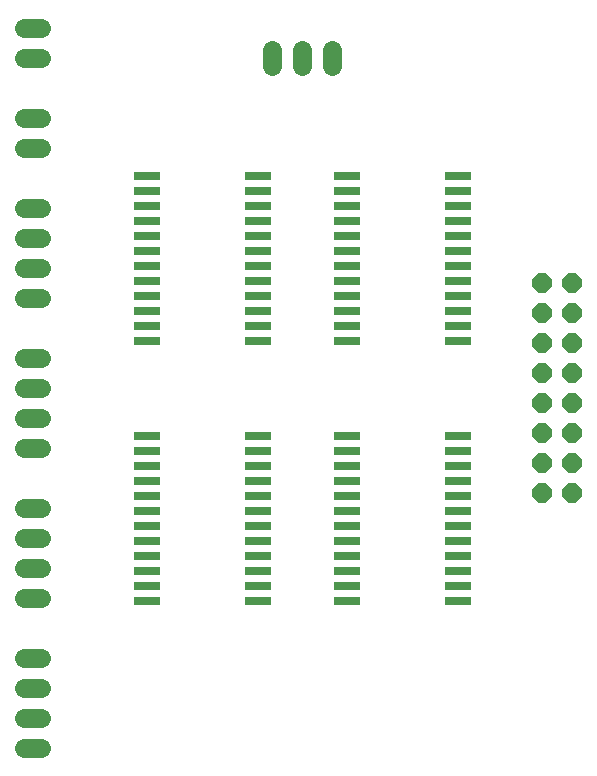
<source format=gbr>
G04 EAGLE Gerber RS-274X export*
G75*
%MOMM*%
%FSLAX34Y34*%
%LPD*%
%INSoldermask Top*%
%IPPOS*%
%AMOC8*
5,1,8,0,0,1.08239X$1,22.5*%
G01*
%ADD10R,2.203200X0.803200*%
%ADD11R,2.153200X0.753200*%
%ADD12C,1.625600*%
%ADD13P,1.759533X8X292.500000*%


D10*
X291582Y289814D03*
X291582Y277114D03*
X291582Y264414D03*
X291582Y251714D03*
X291582Y239014D03*
X291582Y226314D03*
X291582Y213614D03*
X291582Y200914D03*
X291582Y188214D03*
X291582Y175514D03*
X291582Y162814D03*
X291582Y150114D03*
X385582Y150114D03*
X385582Y162814D03*
X385582Y175514D03*
X385582Y188214D03*
X385582Y200914D03*
X385582Y213614D03*
X385582Y226314D03*
X385582Y239014D03*
X385582Y251714D03*
X385582Y264414D03*
X385582Y277114D03*
X385582Y289814D03*
D11*
X385582Y150114D03*
X385582Y162814D03*
X385582Y175514D03*
X385582Y188214D03*
X385582Y200914D03*
X385582Y213614D03*
X385582Y226314D03*
X385582Y239014D03*
X385582Y251714D03*
X385582Y264414D03*
X385582Y277114D03*
X385582Y289814D03*
X291582Y289814D03*
X291582Y277114D03*
X291582Y264414D03*
X291582Y251714D03*
X291582Y239014D03*
X291582Y226314D03*
X291582Y213614D03*
X291582Y200914D03*
X291582Y188214D03*
X291582Y175514D03*
X291582Y162814D03*
X291582Y150114D03*
D10*
X122164Y289814D03*
X122164Y277114D03*
X122164Y264414D03*
X122164Y251714D03*
X122164Y239014D03*
X122164Y226314D03*
X122164Y213614D03*
X122164Y200914D03*
X122164Y188214D03*
X122164Y175514D03*
X122164Y162814D03*
X122164Y150114D03*
X216164Y150114D03*
X216164Y162814D03*
X216164Y175514D03*
X216164Y188214D03*
X216164Y200914D03*
X216164Y213614D03*
X216164Y226314D03*
X216164Y239014D03*
X216164Y251714D03*
X216164Y264414D03*
X216164Y277114D03*
X216164Y289814D03*
D11*
X216164Y150114D03*
X216164Y162814D03*
X216164Y175514D03*
X216164Y188214D03*
X216164Y200914D03*
X216164Y213614D03*
X216164Y226314D03*
X216164Y239014D03*
X216164Y251714D03*
X216164Y264414D03*
X216164Y277114D03*
X216164Y289814D03*
X122164Y289814D03*
X122164Y277114D03*
X122164Y264414D03*
X122164Y251714D03*
X122164Y239014D03*
X122164Y226314D03*
X122164Y213614D03*
X122164Y200914D03*
X122164Y188214D03*
X122164Y175514D03*
X122164Y162814D03*
X122164Y150114D03*
D10*
X291582Y510032D03*
X291582Y497332D03*
X291582Y484632D03*
X291582Y471932D03*
X291582Y459232D03*
X291582Y446532D03*
X291582Y433832D03*
X291582Y421132D03*
X291582Y408432D03*
X291582Y395732D03*
X291582Y383032D03*
X291582Y370332D03*
X385582Y370332D03*
X385582Y383032D03*
X385582Y395732D03*
X385582Y408432D03*
X385582Y421132D03*
X385582Y433832D03*
X385582Y446532D03*
X385582Y459232D03*
X385582Y471932D03*
X385582Y484632D03*
X385582Y497332D03*
X385582Y510032D03*
D11*
X385582Y370332D03*
X385582Y383032D03*
X385582Y395732D03*
X385582Y408432D03*
X385582Y421132D03*
X385582Y433832D03*
X385582Y446532D03*
X385582Y459232D03*
X385582Y471932D03*
X385582Y484632D03*
X385582Y497332D03*
X385582Y510032D03*
X291582Y510032D03*
X291582Y497332D03*
X291582Y484632D03*
X291582Y471932D03*
X291582Y459232D03*
X291582Y446532D03*
X291582Y433832D03*
X291582Y421132D03*
X291582Y408432D03*
X291582Y395732D03*
X291582Y383032D03*
X291582Y370332D03*
D10*
X122164Y510032D03*
X122164Y497332D03*
X122164Y484632D03*
X122164Y471932D03*
X122164Y459232D03*
X122164Y446532D03*
X122164Y433832D03*
X122164Y421132D03*
X122164Y408432D03*
X122164Y395732D03*
X122164Y383032D03*
X122164Y370332D03*
X216164Y370332D03*
X216164Y383032D03*
X216164Y395732D03*
X216164Y408432D03*
X216164Y421132D03*
X216164Y433832D03*
X216164Y446532D03*
X216164Y459232D03*
X216164Y471932D03*
X216164Y484632D03*
X216164Y497332D03*
X216164Y510032D03*
D11*
X216164Y370332D03*
X216164Y383032D03*
X216164Y395732D03*
X216164Y408432D03*
X216164Y421132D03*
X216164Y433832D03*
X216164Y446532D03*
X216164Y459232D03*
X216164Y471932D03*
X216164Y484632D03*
X216164Y497332D03*
X216164Y510032D03*
X122164Y510032D03*
X122164Y497332D03*
X122164Y484632D03*
X122164Y471932D03*
X122164Y459232D03*
X122164Y446532D03*
X122164Y433832D03*
X122164Y421132D03*
X122164Y408432D03*
X122164Y395732D03*
X122164Y383032D03*
X122164Y370332D03*
D12*
X228600Y602488D02*
X228600Y616712D01*
X254000Y616712D02*
X254000Y602488D01*
X279400Y602488D02*
X279400Y616712D01*
X32512Y609600D02*
X18288Y609600D01*
X18288Y635000D02*
X32512Y635000D01*
X32512Y25400D02*
X18288Y25400D01*
X18288Y50800D02*
X32512Y50800D01*
X32512Y76200D02*
X18288Y76200D01*
X18288Y101600D02*
X32512Y101600D01*
X32512Y152400D02*
X18288Y152400D01*
X18288Y177800D02*
X32512Y177800D01*
X32512Y203200D02*
X18288Y203200D01*
X18288Y228600D02*
X32512Y228600D01*
X32512Y279400D02*
X18288Y279400D01*
X18288Y304800D02*
X32512Y304800D01*
X32512Y330200D02*
X18288Y330200D01*
X18288Y355600D02*
X32512Y355600D01*
X32512Y406400D02*
X18288Y406400D01*
X18288Y431800D02*
X32512Y431800D01*
X32512Y457200D02*
X18288Y457200D01*
X18288Y482600D02*
X32512Y482600D01*
D13*
X457200Y419100D03*
X482600Y419100D03*
X457200Y393700D03*
X482600Y393700D03*
X457200Y368300D03*
X482600Y368300D03*
X457200Y342900D03*
X482600Y342900D03*
X457200Y317500D03*
X482600Y317500D03*
X457200Y292100D03*
X482600Y292100D03*
X457200Y266700D03*
X482600Y266700D03*
X457200Y241300D03*
X482600Y241300D03*
D12*
X32512Y533400D02*
X18288Y533400D01*
X18288Y558800D02*
X32512Y558800D01*
M02*

</source>
